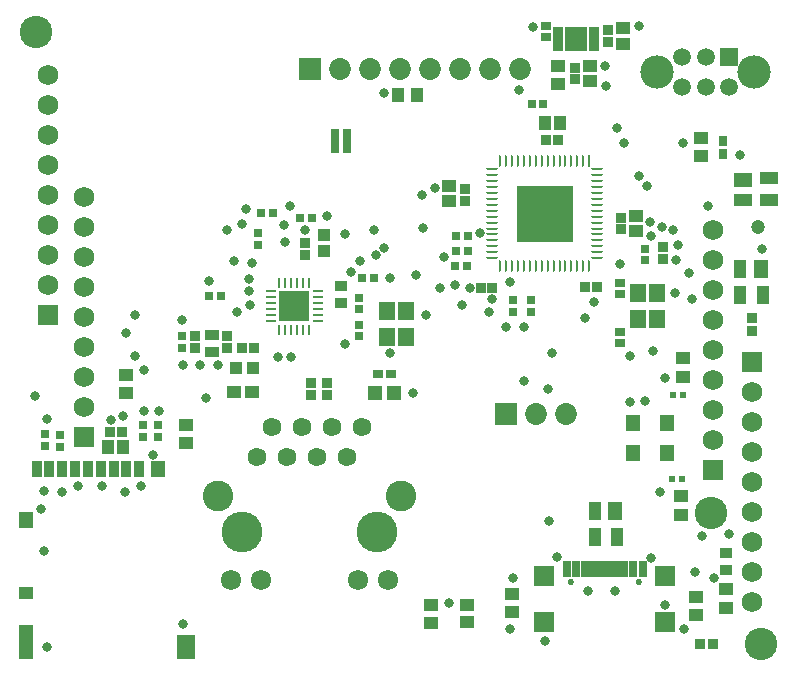
<source format=gts>
G04*
G04 #@! TF.GenerationSoftware,Altium Limited,Altium Designer,24.4.1 (13)*
G04*
G04 Layer_Color=8388736*
%FSLAX44Y44*%
%MOMM*%
G71*
G04*
G04 #@! TF.SameCoordinates,A3252435-666A-4F3B-8FA1-24D8921DAC19*
G04*
G04*
G04 #@! TF.FilePolarity,Negative*
G04*
G01*
G75*
%ADD37R,0.1925X0.9889*%
G04:AMPARAMS|DCode=38|XSize=0.9889mm|YSize=0.1925mm|CornerRadius=0.0962mm|HoleSize=0mm|Usage=FLASHONLY|Rotation=270.000|XOffset=0mm|YOffset=0mm|HoleType=Round|Shape=RoundedRectangle|*
%AMROUNDEDRECTD38*
21,1,0.9889,0.0000,0,0,270.0*
21,1,0.7964,0.1925,0,0,270.0*
1,1,0.1925,0.0000,-0.3982*
1,1,0.1925,0.0000,0.3982*
1,1,0.1925,0.0000,0.3982*
1,1,0.1925,0.0000,-0.3982*
%
%ADD38ROUNDEDRECTD38*%
G04:AMPARAMS|DCode=39|XSize=0.1925mm|YSize=0.9889mm|CornerRadius=0.0962mm|HoleSize=0mm|Usage=FLASHONLY|Rotation=270.000|XOffset=0mm|YOffset=0mm|HoleType=Round|Shape=RoundedRectangle|*
%AMROUNDEDRECTD39*
21,1,0.1925,0.7964,0,0,270.0*
21,1,0.0000,0.9889,0,0,270.0*
1,1,0.1925,-0.3982,0.0000*
1,1,0.1925,-0.3982,0.0000*
1,1,0.1925,0.3982,0.0000*
1,1,0.1925,0.3982,0.0000*
%
%ADD39ROUNDEDRECTD39*%
G04:AMPARAMS|DCode=46|XSize=0.2425mm|YSize=0.8937mm|CornerRadius=0.1212mm|HoleSize=0mm|Usage=FLASHONLY|Rotation=90.000|XOffset=0mm|YOffset=0mm|HoleType=Round|Shape=RoundedRectangle|*
%AMROUNDEDRECTD46*
21,1,0.2425,0.6512,0,0,90.0*
21,1,0.0000,0.8937,0,0,90.0*
1,1,0.2425,0.3256,0.0000*
1,1,0.2425,0.3256,0.0000*
1,1,0.2425,-0.3256,0.0000*
1,1,0.2425,-0.3256,0.0000*
%
%ADD46ROUNDEDRECTD46*%
G04:AMPARAMS|DCode=47|XSize=0.8937mm|YSize=0.2425mm|CornerRadius=0.1212mm|HoleSize=0mm|Usage=FLASHONLY|Rotation=90.000|XOffset=0mm|YOffset=0mm|HoleType=Round|Shape=RoundedRectangle|*
%AMROUNDEDRECTD47*
21,1,0.8937,0.0000,0,0,90.0*
21,1,0.6512,0.2425,0,0,90.0*
1,1,0.2425,0.0000,0.3256*
1,1,0.2425,0.0000,-0.3256*
1,1,0.2425,0.0000,-0.3256*
1,1,0.2425,0.0000,0.3256*
%
%ADD47ROUNDEDRECTD47*%
%ADD48R,0.2425X0.8937*%
%ADD57R,1.3061X1.0582*%
%ADD58R,1.1051X1.0062*%
%ADD60R,1.3000X1.4000*%
%ADD61R,0.6153X0.5725*%
%ADD62R,0.7154X0.6725*%
%ADD63R,0.6725X0.7154*%
%ADD65R,0.6725X0.7653*%
%ADD67R,1.0062X1.1051*%
%ADD73R,1.1332X1.1832*%
%ADD74R,0.8032X0.9532*%
%ADD75R,1.1532X1.1032*%
%ADD76R,0.9232X0.9632*%
%ADD77R,1.1832X1.1332*%
%ADD78R,0.9532X0.5032*%
%ADD79R,1.9532X2.1032*%
%ADD80R,0.8232X0.8032*%
%ADD81R,1.2032X1.0532*%
%ADD82R,0.9032X1.4032*%
%ADD83R,1.2032X1.4032*%
%ADD84R,1.2032X1.0032*%
%ADD85R,1.2032X3.0032*%
%ADD86R,1.5032X2.1032*%
%ADD87R,4.8000X4.8000*%
%ADD88R,1.3532X1.6032*%
%ADD89R,0.7032X0.6032*%
%ADD90R,0.7032X0.5032*%
%ADD91R,0.8032X1.3532*%
%ADD92R,0.5032X1.3532*%
%ADD93R,1.7032X1.7032*%
%ADD94R,2.5500X2.5500*%
%ADD95R,0.9632X0.9232*%
%ADD96R,0.7032X0.6782*%
%ADD97R,1.1032X0.8532*%
%ADD98R,1.1532X1.2032*%
%ADD99R,0.9532X0.8032*%
%ADD100R,1.1032X1.6032*%
%ADD101R,1.3032X1.6032*%
%ADD102R,1.1432X0.9332*%
%ADD103R,1.1532X1.0032*%
%ADD104R,0.6782X0.7032*%
%ADD105R,1.4032X1.6032*%
%ADD106R,1.0032X1.1532*%
%ADD107R,1.6032X1.1032*%
%ADD108R,1.6032X1.3032*%
%ADD109R,0.9032X0.8132*%
%ADD110R,0.8132X0.9032*%
%ADD111C,2.8282*%
%ADD112C,1.5032*%
%ADD113R,1.5032X1.5032*%
%ADD114R,1.7272X1.7272*%
%ADD115C,1.7272*%
%ADD116C,0.5282*%
%ADD117C,2.6032*%
%ADD118C,3.4532*%
%ADD119C,1.7232*%
%ADD120C,1.5932*%
%ADD121C,2.7432*%
%ADD122C,1.8532*%
%ADD123R,1.8532X1.8532*%
%ADD124C,0.8032*%
%ADD125C,1.2032*%
D37*
X483311Y573479D02*
D03*
D38*
X478311D02*
D03*
X473311D02*
D03*
X468311D02*
D03*
X463311D02*
D03*
X458311D02*
D03*
X453311D02*
D03*
X448311D02*
D03*
X443311D02*
D03*
X438311D02*
D03*
X433311D02*
D03*
X428311D02*
D03*
X423311D02*
D03*
X418311D02*
D03*
X413311D02*
D03*
X408311D02*
D03*
Y484661D02*
D03*
X413311D02*
D03*
X418311D02*
D03*
X423311D02*
D03*
X428311D02*
D03*
X433311D02*
D03*
X438311D02*
D03*
X443311D02*
D03*
X448311D02*
D03*
X453311D02*
D03*
X458311D02*
D03*
X463311D02*
D03*
X468311D02*
D03*
X478311D02*
D03*
X483311D02*
D03*
X473311D02*
D03*
D39*
X401401Y566570D02*
D03*
Y561570D02*
D03*
Y556570D02*
D03*
Y551570D02*
D03*
Y546570D02*
D03*
Y541570D02*
D03*
Y536570D02*
D03*
Y531570D02*
D03*
Y526570D02*
D03*
Y521570D02*
D03*
Y516570D02*
D03*
Y511570D02*
D03*
Y506570D02*
D03*
Y501570D02*
D03*
Y496570D02*
D03*
Y491570D02*
D03*
X490220D02*
D03*
Y496570D02*
D03*
Y501570D02*
D03*
Y506570D02*
D03*
Y511570D02*
D03*
Y516570D02*
D03*
Y521570D02*
D03*
Y526570D02*
D03*
Y531570D02*
D03*
Y536570D02*
D03*
Y541570D02*
D03*
Y546570D02*
D03*
Y551570D02*
D03*
Y556570D02*
D03*
Y561570D02*
D03*
Y566570D02*
D03*
D46*
X213795Y438350D02*
D03*
Y443350D02*
D03*
Y448350D02*
D03*
Y453350D02*
D03*
Y458350D02*
D03*
Y463350D02*
D03*
X253565D02*
D03*
Y458350D02*
D03*
Y453350D02*
D03*
Y448350D02*
D03*
Y443350D02*
D03*
Y438350D02*
D03*
D47*
X221180Y470735D02*
D03*
X226180D02*
D03*
X231180D02*
D03*
X236180D02*
D03*
X241180D02*
D03*
X246180D02*
D03*
Y430965D02*
D03*
X241180D02*
D03*
X236180D02*
D03*
X231180D02*
D03*
X226180D02*
D03*
D48*
X221180D02*
D03*
D57*
X182739Y378460D02*
D03*
X198261D02*
D03*
D58*
X198776Y398780D02*
D03*
X184764D02*
D03*
D60*
X549170Y351790D02*
D03*
X520170D02*
D03*
X549170Y326390D02*
D03*
X520170D02*
D03*
D61*
X562610Y375920D02*
D03*
X554039D02*
D03*
X561816Y304800D02*
D03*
X553244D02*
D03*
D62*
X434634Y622300D02*
D03*
X444206D02*
D03*
D63*
X530901Y499566D02*
D03*
Y489994D02*
D03*
D65*
X288290Y425450D02*
D03*
Y434521D02*
D03*
Y448854D02*
D03*
Y457926D02*
D03*
D67*
X259080Y497184D02*
D03*
Y511196D02*
D03*
D73*
X76050Y331470D02*
D03*
X89050D02*
D03*
X445620Y605790D02*
D03*
X458620D02*
D03*
D74*
X596900Y590730D02*
D03*
Y579730D02*
D03*
D75*
X577850Y592850D02*
D03*
Y577850D02*
D03*
D76*
X499350Y684470D02*
D03*
Y674670D02*
D03*
X471170Y652600D02*
D03*
Y642800D02*
D03*
X378460Y549730D02*
D03*
X176530Y415470D02*
D03*
Y425270D02*
D03*
X149860Y425270D02*
D03*
Y415470D02*
D03*
X510540Y515800D02*
D03*
Y525600D02*
D03*
X546141Y491150D02*
D03*
Y500950D02*
D03*
X261620Y385720D02*
D03*
Y375920D02*
D03*
X247650D02*
D03*
Y385720D02*
D03*
X242570Y494210D02*
D03*
Y504010D02*
D03*
D77*
X512050Y673220D02*
D03*
Y686220D02*
D03*
X483870Y654200D02*
D03*
Y641200D02*
D03*
X364490Y552600D02*
D03*
Y539600D02*
D03*
X523240Y514200D02*
D03*
Y527200D02*
D03*
D78*
X487219Y669576D02*
D03*
Y674576D02*
D03*
Y679576D02*
D03*
Y684576D02*
D03*
X457219D02*
D03*
Y679576D02*
D03*
Y674576D02*
D03*
Y669576D02*
D03*
D79*
X472219Y677076D02*
D03*
D80*
X446666Y687870D02*
D03*
Y678670D02*
D03*
X509270Y461490D02*
D03*
Y470690D02*
D03*
Y419580D02*
D03*
Y428780D02*
D03*
D81*
X457200Y653930D02*
D03*
Y638930D02*
D03*
X91440Y377190D02*
D03*
Y392190D02*
D03*
X142240Y350400D02*
D03*
Y335400D02*
D03*
X574040Y204350D02*
D03*
Y189350D02*
D03*
X379730Y183120D02*
D03*
Y198120D02*
D03*
X349250Y198000D02*
D03*
Y183000D02*
D03*
X417830Y206890D02*
D03*
Y191890D02*
D03*
D82*
X102680Y312880D02*
D03*
X91680D02*
D03*
X80680D02*
D03*
X69680D02*
D03*
X58680D02*
D03*
X47680D02*
D03*
X36680D02*
D03*
X25680D02*
D03*
X16180D02*
D03*
D83*
X118180D02*
D03*
X6680Y269880D02*
D03*
D84*
Y207890D02*
D03*
D85*
Y166390D02*
D03*
D86*
X141680Y161880D02*
D03*
D87*
X445811Y529070D02*
D03*
D88*
X540820Y439850D02*
D03*
Y461850D02*
D03*
X524810D02*
D03*
Y439850D02*
D03*
D89*
X268130Y598010D02*
D03*
Y583010D02*
D03*
X278130D02*
D03*
Y598010D02*
D03*
D90*
X268130Y593010D02*
D03*
Y588010D02*
D03*
X278130D02*
D03*
Y593010D02*
D03*
D91*
X464570Y228210D02*
D03*
X472570D02*
D03*
X520570D02*
D03*
X528570D02*
D03*
D92*
X484070D02*
D03*
X499070D02*
D03*
X509070D02*
D03*
X514070D02*
D03*
X489070D02*
D03*
X479070D02*
D03*
X494070D02*
D03*
X504070D02*
D03*
D93*
X445370Y222460D02*
D03*
X547770D02*
D03*
X445370Y183160D02*
D03*
X547770D02*
D03*
D94*
X233680Y450850D02*
D03*
D95*
X77650Y344170D02*
D03*
X87450D02*
D03*
X378460Y539930D02*
D03*
X199390Y415290D02*
D03*
X189590D02*
D03*
X401320Y466090D02*
D03*
X391520D02*
D03*
X490081Y466840D02*
D03*
X480281D02*
D03*
X447220Y591820D02*
D03*
X457020Y591820D02*
D03*
D96*
X118110Y340320D02*
D03*
Y350560D02*
D03*
X105410Y340320D02*
D03*
Y350560D02*
D03*
X419100Y455975D02*
D03*
Y445725D02*
D03*
X434340D02*
D03*
Y455975D02*
D03*
X35560Y341670D02*
D03*
Y331430D02*
D03*
X22860Y342940D02*
D03*
Y332700D02*
D03*
X138430Y425490D02*
D03*
Y415250D02*
D03*
X203200Y502920D02*
D03*
Y513160D02*
D03*
D97*
X273050Y453390D02*
D03*
Y467890D02*
D03*
X599440Y227700D02*
D03*
Y242200D02*
D03*
D98*
X301880Y377190D02*
D03*
X317880D02*
D03*
D99*
X304380Y393700D02*
D03*
X315380D02*
D03*
D100*
X507340Y255700D02*
D03*
X488340Y277700D02*
D03*
Y255700D02*
D03*
X611530Y482170D02*
D03*
Y460170D02*
D03*
X630530D02*
D03*
D101*
X505340Y277700D02*
D03*
X628530Y482170D02*
D03*
D102*
X163830Y412000D02*
D03*
Y426200D02*
D03*
D103*
X562610Y407160D02*
D03*
Y391160D02*
D03*
X561340Y273940D02*
D03*
Y289940D02*
D03*
X599440Y195200D02*
D03*
Y211200D02*
D03*
D104*
X161210Y459740D02*
D03*
X171450D02*
D03*
X369525Y485140D02*
D03*
X379775D02*
D03*
X238720Y525780D02*
D03*
X248960D02*
D03*
X370795Y510540D02*
D03*
X381045D02*
D03*
X370795Y497840D02*
D03*
X381045D02*
D03*
X301030Y474980D02*
D03*
X290790D02*
D03*
X205660Y529630D02*
D03*
X215900D02*
D03*
D105*
X328040Y424610D02*
D03*
Y446610D02*
D03*
X312040D02*
D03*
Y424610D02*
D03*
D106*
X337820Y629920D02*
D03*
X321820D02*
D03*
D107*
X635840Y559410D02*
D03*
Y540410D02*
D03*
X613840D02*
D03*
D108*
Y557410D02*
D03*
D109*
X588430Y165100D02*
D03*
X577430D02*
D03*
D110*
X621030Y430110D02*
D03*
Y441110D02*
D03*
D111*
X540980Y649170D02*
D03*
X622980Y649170D02*
D03*
D112*
X561980Y636670D02*
D03*
X581980D02*
D03*
X601980D02*
D03*
X561980Y661670D02*
D03*
X581980D02*
D03*
D113*
X601980D02*
D03*
D114*
X588010Y312420D02*
D03*
X55880Y340360D02*
D03*
X24953Y443228D02*
D03*
X621030Y403860D02*
D03*
D115*
X588010Y337820D02*
D03*
Y363220D02*
D03*
Y388620D02*
D03*
Y414020D02*
D03*
Y439420D02*
D03*
Y464820D02*
D03*
Y490220D02*
D03*
Y515620D02*
D03*
X55880Y365760D02*
D03*
Y391160D02*
D03*
Y416560D02*
D03*
Y441960D02*
D03*
Y467360D02*
D03*
Y492760D02*
D03*
Y518160D02*
D03*
Y543560D02*
D03*
X24953Y468628D02*
D03*
Y494028D02*
D03*
Y519428D02*
D03*
Y544828D02*
D03*
Y570228D02*
D03*
Y595628D02*
D03*
Y621028D02*
D03*
Y646428D02*
D03*
X621030Y200660D02*
D03*
Y226060D02*
D03*
Y251460D02*
D03*
Y276860D02*
D03*
Y302260D02*
D03*
Y327660D02*
D03*
Y353060D02*
D03*
Y378460D02*
D03*
D116*
X467670Y217460D02*
D03*
X525470D02*
D03*
D117*
X324046Y290165D02*
D03*
X169146D02*
D03*
D118*
X303746Y259665D02*
D03*
X189446D02*
D03*
D119*
X312896Y219065D02*
D03*
X287496D02*
D03*
X205696D02*
D03*
X180296D02*
D03*
D120*
X291046Y348565D02*
D03*
X278346Y323165D02*
D03*
X265646Y348565D02*
D03*
X252946Y323165D02*
D03*
X240246Y348565D02*
D03*
X227546Y323165D02*
D03*
X214846Y348565D02*
D03*
X202146Y323165D02*
D03*
D121*
X15240Y683260D02*
D03*
X628650Y165100D02*
D03*
X586740Y275590D02*
D03*
D122*
X425010Y651510D02*
D03*
X399610D02*
D03*
X374210D02*
D03*
X348810D02*
D03*
X323410D02*
D03*
X298010D02*
D03*
X272610D02*
D03*
X463550Y359410D02*
D03*
X438150D02*
D03*
D123*
X247210Y651510D02*
D03*
X412750Y359410D02*
D03*
D124*
X474980Y671830D02*
D03*
X468630Y679450D02*
D03*
X562610Y589280D02*
D03*
X610870Y578880D02*
D03*
X497840Y637540D02*
D03*
X435610Y687070D02*
D03*
X496570Y654050D02*
D03*
X525780Y688340D02*
D03*
X584200Y535940D02*
D03*
X513080Y589280D02*
D03*
X506730Y601980D02*
D03*
X104140Y298450D02*
D03*
X90170Y293370D02*
D03*
X36830D02*
D03*
X114300Y325120D02*
D03*
X71120Y298450D02*
D03*
X21590Y243840D02*
D03*
X13970Y374650D02*
D03*
X21590Y294640D02*
D03*
X530860Y370840D02*
D03*
X544830Y518160D02*
D03*
X534670Y521970D02*
D03*
X567690Y478790D02*
D03*
X554630Y515260D02*
D03*
X570230Y457200D02*
D03*
X558391Y502618D02*
D03*
X532166Y552486D02*
D03*
X525780Y561340D02*
D03*
X509270Y486410D02*
D03*
X557340Y490220D02*
D03*
X556260Y462280D02*
D03*
X535940Y510540D02*
D03*
X547370Y389890D02*
D03*
X518160Y408940D02*
D03*
X463550Y541020D02*
D03*
Y529590D02*
D03*
X487680Y454660D02*
D03*
X537210Y412750D02*
D03*
X356870Y466090D02*
D03*
X231140Y407670D02*
D03*
X241300Y444500D02*
D03*
X233736Y444556D02*
D03*
X309880Y631110D02*
D03*
X480060Y440690D02*
D03*
X281940Y480060D02*
D03*
X427990Y433070D02*
D03*
X412750D02*
D03*
X195580Y463550D02*
D03*
Y473710D02*
D03*
X219710Y407670D02*
D03*
X448310Y381000D02*
D03*
X427990Y387350D02*
D03*
X601980Y257810D02*
D03*
X629920Y499110D02*
D03*
X416560Y177800D02*
D03*
X455930Y238760D02*
D03*
X535940Y237490D02*
D03*
X563880Y177800D02*
D03*
X360680Y492760D02*
D03*
X289560Y488950D02*
D03*
X196070Y451464D02*
D03*
X345440Y443230D02*
D03*
X382270Y466090D02*
D03*
X88900Y358140D02*
D03*
X19050Y279400D02*
D03*
X50800Y298450D02*
D03*
X24130Y162560D02*
D03*
X139700Y181610D02*
D03*
X579120Y256540D02*
D03*
X543560Y293370D02*
D03*
X572770Y226060D02*
D03*
X518160Y369570D02*
D03*
X449580Y269240D02*
D03*
X276860Y419100D02*
D03*
X334010Y377190D02*
D03*
X314960Y411480D02*
D03*
X452120Y511810D02*
D03*
X439420Y518160D02*
D03*
X430530Y530860D02*
D03*
X449580Y541020D02*
D03*
X341630Y544830D02*
D03*
X364490Y199390D02*
D03*
X78740Y354330D02*
D03*
X24130Y355600D02*
D03*
X158750Y373380D02*
D03*
X168910Y401320D02*
D03*
X153670D02*
D03*
X139700D02*
D03*
X161290Y472440D02*
D03*
X182880Y488950D02*
D03*
X189230Y520700D02*
D03*
X176530Y515620D02*
D03*
X193040Y533400D02*
D03*
X261620Y527050D02*
D03*
X242570Y515620D02*
D03*
X276860Y511810D02*
D03*
X353060Y551180D02*
D03*
X224790Y519430D02*
D03*
X226060Y505460D02*
D03*
X369570Y468630D02*
D03*
X424180Y633730D02*
D03*
X401320Y457200D02*
D03*
X547370Y198120D02*
D03*
X445770Y167640D02*
D03*
X419100Y220980D02*
D03*
X505460Y209550D02*
D03*
X482600D02*
D03*
X589280Y220980D02*
D03*
X391160Y513080D02*
D03*
X314960Y474980D02*
D03*
X336550Y477520D02*
D03*
X342900Y516890D02*
D03*
X99060Y443230D02*
D03*
X229870Y535940D02*
D03*
X99060Y408940D02*
D03*
X91440Y427990D02*
D03*
X106680Y396680D02*
D03*
Y361950D02*
D03*
X119380D02*
D03*
X185420Y445770D02*
D03*
X138430Y439420D02*
D03*
X416560Y471170D02*
D03*
X398780Y445770D02*
D03*
X375920Y452120D02*
D03*
X302731Y493950D02*
D03*
X452120Y411480D02*
D03*
X198120Y487680D02*
D03*
X309880Y500380D02*
D03*
X300990Y515620D02*
D03*
D125*
X626110Y518160D02*
D03*
M02*

</source>
